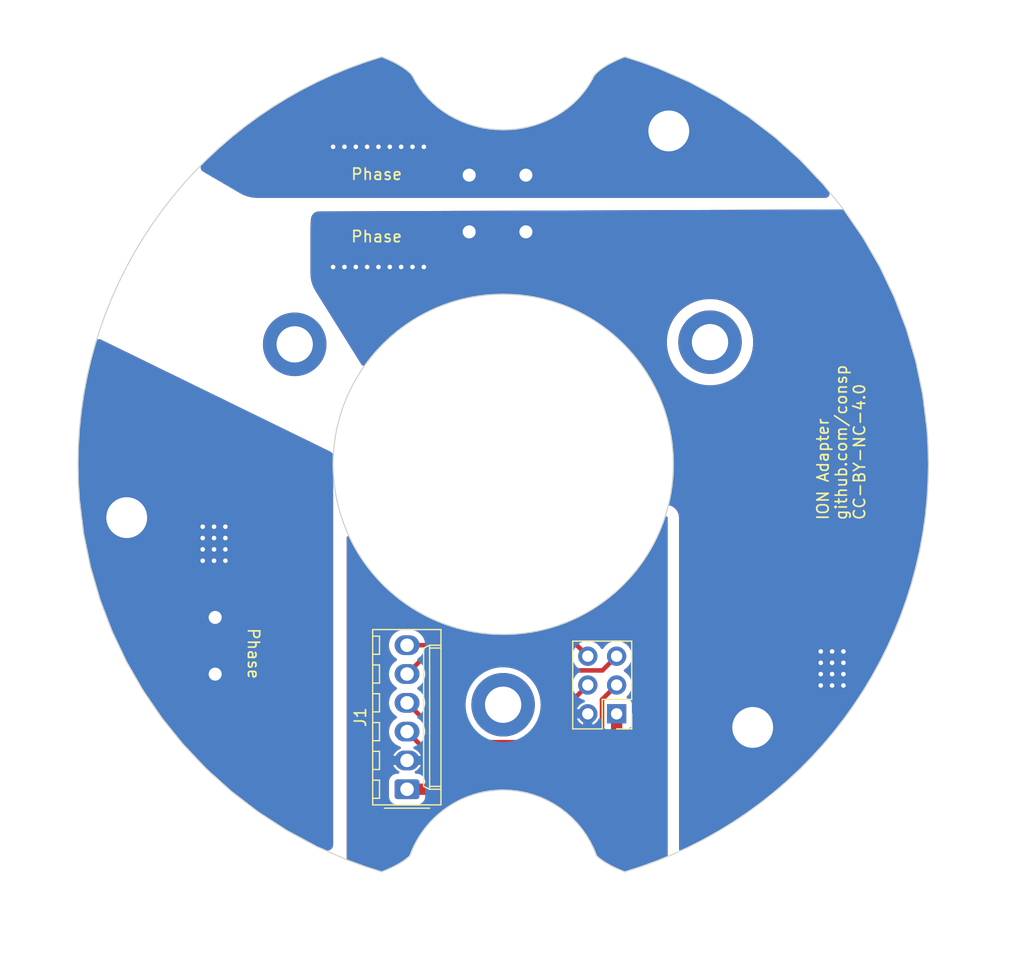
<source format=kicad_pcb>
(kicad_pcb (version 20221018) (generator pcbnew)
  (layers (0 "F.Cu" signal) (31 "B.Cu" signal) (34 "B.Paste" user) (35 "F.Paste" user) (36 "B.SilkS" user "B.Silkscreen") (37 "F.SilkS" user "F.Silkscreen") (38 "B.Mask" user) (39 "F.Mask" user) (44 "Edge.Cuts" user))
  (net 0 "")
  (net 1 "/Y")
  (net 2 "/B")
  (net 3 "/G")
  (net 4 "+5V")
  (net 5 "GND")
  (net 6 "/HG")
  (net 7 "/HY")
  (net 8 "/HB")
  (net 9 "/TEMP")
  (footprint "MountingHole:MountingHole_3.2mm_M3_DIN965_Pad_TopBottom" (layer "F.Cu") (at -18.387195 -10.579447)
    (fp_text reference "H4" hide)
    (fp_text value "MountingHole")
    (pad "1" thru_hole circle (at 0 0) (size 3.6 3.6) (drill 3.2) (layers "*.Cu" "*.Mask"))
    (pad "1" connect circle (at 0 0) (size 5.6 5.6) (layers "F.Cu" "F.Mask"))
    (pad "1" connect circle (at 0 0) (size 5.6 5.6) (layers "B.Cu" "B.Mask"))
  )
  (footprint "Library:MountingHole_3.6mm_M3_DIN965_Pad" (layer "F.Cu") (at -33.2 4.7)
    (fp_text reference "H3" hide)
    (fp_text value "MountingHole_Pad")
    (pad "1" thru_hole circle (at 0 0) (size 7 7) (drill 3.6) (layers "*.Cu" "*.Mask") (net 3 "/G"))
  )
  (footprint "TerminalBlock_WAGO:TerminalBlock_WAGO_236-402_1x02_P5.00mm_45Degree" (layer "F.Cu") (at 2 -25.5 -90)
    (fp_text reference "Ph1" hide)
    (fp_text value "Conn_01x02")
    (pad "1" thru_hole rect (at 0 0 270) (size 1.5 3) (drill 1.15) (layers "*.Cu" "*.Mask") (net 1 "/Y"))
    (pad "1" thru_hole rect (at 0 5 270) (size 1.5 3) (drill 1.15) (layers "*.Cu" "*.Mask") (net 1 "/Y"))
    (pad "2" thru_hole oval (at 5 0 270) (size 1.5 3) (drill 1.15) (layers "*.Cu" "*.Mask") (net 2 "/B"))
    (pad "2" thru_hole oval (at 5 5 270) (size 1.5 3) (drill 1.15) (layers "*.Cu" "*.Mask") (net 2 "/B"))
  )
  (footprint "Connector_PinHeader_2.54mm:PinHeader_2x03_P2.54mm_Vertical" (layer "F.Cu") (at 10 22 180)
    (fp_text reference "B2B1" hide)
    (fp_text value "Conn_02x03_Odd_Even" hide)
    (fp_line (start -1.33 -1.33) (end 0 -1.33) (stroke (width 0.12)) (layer "F.SilkS"))
    (fp_line (start -1.33 0) (end -1.33 -1.33) (stroke (width 0.12)) (layer "F.SilkS"))
    (fp_line (start -1.33 1.27) (end -1.33 6.41) (stroke (width 0.12)) (layer "F.SilkS"))
    (fp_line (start -1.33 1.27) (end 1.27 1.27) (stroke (width 0.12)) (layer "F.SilkS"))
    (fp_line (start -1.33 6.41) (end 3.87 6.41) (stroke (width 0.12)) (layer "F.SilkS"))
    (fp_line (start 1.27 -1.33) (end 3.87 -1.33) (stroke (width 0.12)) (layer "F.SilkS"))
    (fp_line (start 1.27 1.27) (end 1.27 -1.33) (stroke (width 0.12)) (layer "F.SilkS"))
    (fp_line (start 3.87 -1.33) (end 3.87 6.41) (stroke (width 0.12)) (layer "F.SilkS"))
    (pad "1" thru_hole rect (at 0 0 180) (size 1.7 1.7) (drill 1) (layers "*.Cu" "*.Mask") (net 4 "+5V"))
    (pad "2" thru_hole oval (at 2.54 0 180) (size 1.7 1.7) (drill 1) (layers "*.Cu" "*.Mask") (net 5 "GND"))
    (pad "3" thru_hole oval (at 0 2.54 180) (size 1.7 1.7) (drill 1) (layers "*.Cu" "*.Mask") (net 6 "/HG"))
    (pad "4" thru_hole oval (at 2.54 2.54 180) (size 1.7 1.7) (drill 1) (layers "*.Cu" "*.Mask") (net 7 "/HY"))
    (pad "5" thru_hole oval (at 0 5.08 180) (size 1.7 1.7) (drill 1) (layers "*.Cu" "*.Mask") (net 8 "/HB"))
    (pad "6" thru_hole oval (at 2.54 5.08 180) (size 1.7 1.7) (drill 1) (layers "*.Cu" "*.Mask") (net 9 "/TEMP"))
  )
  (footprint "Library:MountingHole_3.6mm_M3_DIN965_Pad" (layer "F.Cu") (at 22 23.2)
    (fp_text reference "H2" hide)
    (fp_text value "MountingHole_Pad")
    (pad "1" thru_hole circle (at 0 0) (size 7 7) (drill 3.6) (layers "*.Cu" "*.Mask") (net 2 "/B"))
  )
  (footprint "Connector_Molex:Molex_KK-254_AE-6410-06A_1x06_P2.54mm_Vertical" (layer "F.Cu") (at -8.48 28.65 90)
    (fp_text reference "J1" (at 6.35 -4.12 90) (layer "F.SilkS"))
    (fp_text value "Conn_01x06")
    (fp_line (start -1.67 -2) (end -1.67 2) (stroke (width 0.12)) (layer "F.SilkS"))
    (fp_line (start -1.38 -3.03) (end -1.38 2.99) (stroke (width 0.12)) (layer "F.SilkS"))
    (fp_line (start -1.38 2.99) (end 14.08 2.99) (stroke (width 0.12)) (layer "F.SilkS"))
    (fp_line (start -0.8 -3.03) (end -0.8 -2.43) (stroke (width 0.12)) (layer "F.SilkS"))
    (fp_line (start -0.8 -2.43) (end 0.8 -2.43) (stroke (width 0.12)) (layer "F.SilkS"))
    (fp_line (start 0 1.99) (end 0.25 1.46) (stroke (width 0.12)) (layer "F.SilkS"))
    (fp_line (start 0 1.99) (end 12.7 1.99) (stroke (width 0.12)) (layer "F.SilkS"))
    (fp_line (start 0 2.99) (end 0 1.99) (stroke (width 0.12)) (layer "F.SilkS"))
    (fp_line (start 0.25 1.46) (end 12.45 1.46) (stroke (width 0.12)) (layer "F.SilkS"))
    (fp_line (start 0.25 2.99) (end 0.25 1.99) (stroke (width 0.12)) (layer "F.SilkS"))
    (fp_line (start 0.8 -2.43) (end 0.8 -3.03) (stroke (width 0.12)) (layer "F.SilkS"))
    (fp_line (start 1.74 -3.03) (end 1.74 -2.43) (stroke (width 0.12)) (layer "F.SilkS"))
    (fp_line (start 1.74 -2.43) (end 3.34 -2.43) (stroke (width 0.12)) (layer "F.SilkS"))
    (fp_line (start 3.34 -2.43) (end 3.34 -3.03) (stroke (width 0.12)) (layer "F.SilkS"))
    (fp_line (start 4.28 -3.03) (end 4.28 -2.43) (stroke (width 0.12)) (layer "F.SilkS"))
    (fp_line (start 4.28 -2.43) (end 5.88 -2.43) (stroke (width 0.12)) (layer "F.SilkS"))
    (fp_line (start 5.88 -2.43) (end 5.88 -3.03) (stroke (width 0.12)) (layer "F.SilkS"))
    (fp_line (start 6.82 -3.03) (end 6.82 -2.43) (stroke (width 0.12)) (layer "F.SilkS"))
    (fp_line (start 6.82 -2.43) (end 8.42 -2.43) (stroke (width 0.12)) (layer "F.SilkS"))
    (fp_line (start 8.42 -2.43) (end 8.42 -3.03) (stroke (width 0.12)) (layer "F.SilkS"))
    (fp_line (start 9.36 -3.03) (end 9.36 -2.43) (stroke (width 0.12)) (layer "F.SilkS"))
    (fp_line (start 9.36 -2.43) (end 10.96 -2.43) (stroke (width 0.12)) (layer "F.SilkS"))
    (fp_line (start 10.96 -2.43) (end 10.96 -3.03) (stroke (width 0.12)) (layer "F.SilkS"))
    (fp_line (start 11.9 -3.03) (end 11.9 -2.43) (stroke (width 0.12)) (layer "F.SilkS"))
    (fp_line (start 11.9 -2.43) (end 13.5 -2.43) (stroke (width 0.12)) (layer "F.SilkS"))
    (fp_line (start 12.45 1.46) (end 12.7 1.99) (stroke (width 0.12)) (layer "F.SilkS"))
    (fp_line (start 12.45 2.99) (end 12.45 1.99) (stroke (width 0.12)) (layer "F.SilkS"))
    (fp_line (start 12.7 1.99) (end 12.7 2.99) (stroke (width 0.12)) (layer "F.SilkS"))
    (fp_line (start 13.5 -2.43) (end 13.5 -3.03) (stroke (width 0.12)) (layer "F.SilkS"))
    (fp_line (start 14.08 -3.03) (end -1.38 -3.03) (stroke (width 0.12)) (layer "F.SilkS"))
    (fp_line (start 14.08 2.99) (end 14.08 -3.03) (stroke (width 0.12)) (layer "F.SilkS"))
    (pad "1" thru_hole roundrect (at 0 0 90) (size 1.74 2.19) (drill 1.19) (layers "*.Cu" "*.Mask") (roundrect_rratio 0.1436781609) (net 4 "+5V"))
    (pad "2" thru_hole oval (at 2.54 0 90) (size 1.74 2.19) (drill 1.19) (layers "*.Cu" "*.Mask") (net 5 "GND"))
    (pad "3" thru_hole oval (at 5.08 0 90) (size 1.74 2.19) (drill 1.19) (layers "*.Cu" "*.Mask") (net 6 "/HG"))
    (pad "4" thru_hole oval (at 7.62 0 90) (size 1.74 2.19) (drill 1.19) (layers "*.Cu" "*.Mask") (net 7 "/HY"))
    (pad "5" thru_hole oval (at 10.16 0 90) (size 1.74 2.19) (drill 1.19) (layers "*.Cu" "*.Mask") (net 8 "/HB"))
    (pad "6" thru_hole oval (at 12.7 0 90) (size 1.74 2.19) (drill 1.19) (layers "*.Cu" "*.Mask") (net 9 "/TEMP"))
  )
  (footprint "MountingHole:MountingHole_3.2mm_M3_DIN965_Pad_TopBottom" (layer "F.Cu") (at -0.009043 21.2)
    (fp_text reference "H6" hide)
    (fp_text value "MountingHole")
    (pad "1" thru_hole circle (at 0 0) (size 3.6 3.6) (drill 3.2) (layers "*.Cu" "*.Mask"))
    (pad "1" connect circle (at 0 0) (size 5.6 5.6) (layers "F.Cu" "F.Mask"))
    (pad "1" connect circle (at 0 0) (size 5.6 5.6) (layers "B.Cu" "B.Mask"))
  )
  (footprint "TerminalBlock_WAGO:TerminalBlock_WAGO_236-401_1x01_P5.00mm_45Degree" (layer "F.Cu") (at -25.4 13.5)
    (fp_text reference "J2" hide)
    (fp_text value "Conn_01x01")
    (pad "1" thru_hole rect (at 0 0) (size 1.5 3) (drill 1.15) (layers "*.Cu" "*.Mask") (net 3 "/G"))
    (pad "1" thru_hole rect (at 0 5) (size 1.5 3) (drill 1.15) (layers "*.Cu" "*.Mask") (net 3 "/G"))
  )
  (footprint "MountingHole:MountingHole_3.2mm_M3_DIN965_Pad_TopBottom" (layer "F.Cu") (at 18.235146 -10.770575)
    (fp_text reference "H5" hide)
    (fp_text value "MountingHole")
    (pad "1" thru_hole circle (at 0 0) (size 3.6 3.6) (drill 3.2) (layers "*.Cu" "*.Mask"))
    (pad "1" connect circle (at 0 0) (size 5.6 5.6) (layers "F.Cu" "F.Mask"))
    (pad "1" connect circle (at 0 0) (size 5.6 5.6) (layers "B.Cu" "B.Mask"))
  )
  (footprint "Library:MountingHole_3.6mm_M3_DIN965_Pad" (layer "F.Cu") (at 14.6 -29.4)
    (fp_text reference "H1" hide)
    (fp_text value "MountingHole_Pad")
    (pad "1" thru_hole circle (at 0 0) (size 7 7) (drill 3.6) (layers "*.Cu" "*.Mask") (net 1 "/Y"))
  )
  (gr_line (start -1.361996 28.826483) (end -1.026034 28.780207) (stroke (width 0.1)) (layer "Edge.Cuts"))
  (gr_line (start -8.941806 35.066472) (end -8.803535 34.975851) (stroke (width 0.1)) (layer "Edge.Cuts"))
  (gr_line (start 9.008074 -35.108122) (end 8.840327 -35.00055) (stroke (width 0.1)) (layer "Edge.Cuts"))
  (gr_line (start 7.56028 -33.465394) (end 7.394637 -33.216597) (stroke (width 0.1)) (layer "Edge.Cuts"))
  (gr_line (start -5.298869 30.510701) (end -5.032263 30.315283) (stroke (width 0.1)) (layer "Edge.Cuts"))
  (gr_line (start 22.809533 29.768487) (end 23.972186 28.839896) (stroke (width 0.1)) (layer "Edge.Cuts"))
  (gr_line (start -37.373807 -3.084109) (end -37.468263 -1.54856) (stroke (width 0.1)) (layer "Edge.Cuts"))
  (gr_line (start 10.116567 35.684819) (end 10.311573 35.769519) (stroke (width 0.1)) (layer "Edge.Cuts"))
  (gr_line (start 2.511842 -29.835988) (end 2.209018 -29.758489) (stroke (width 0.1)) (layer "Edge.Cuts"))
  (gr_line (start 6.514208 31.633347) (end 6.93979 32.146365) (stroke (width 0.1)) (layer "Edge.Cuts"))
  (gr_line (start 37.499989 -0.000037) (end 37.468263 -1.548568) (stroke (width 0.1)) (layer "Edge.Cuts"))
  (gr_line (start -36.390242 9.067478) (end -35.550115 11.94367) (stroke (width 0.1)) (layer "Edge.Cuts"))
  (gr_line (start 28.2112 -24.706314) (end 26.176164 -26.854103) (stroke (width 0.1)) (layer "Edge.Cuts"))
  (gr_line (start -6.052816 31.156026) (end -5.809447 30.931285) (stroke (width 0.1)) (layer "Edge.Cuts"))
  (gr_line (start -1.026034 28.780207) (end -0.686846 28.746891) (stroke (width 0.1)) (layer "Edge.Cuts"))
  (gr_line (start 7.036293 -32.739043) (end 6.844106 -32.510592) (stroke (width 0.1)) (layer "Edge.Cuts"))
  (gr_line (start -7.977583 33.882632) (end -7.831266 33.573949) (stroke (width 0.1)) (layer "Edge.Cuts"))
  (gr_line (start 9.745956 35.512131) (end 9.927962 35.598986) (stroke (width 0.1)) (layer "Edge.Cuts"))
  (gr_line (start 6.93979 32.146365) (end 7.327155 32.693385) (stroke (width 0.1)) (layer "Edge.Cuts"))
  (gr_line (start -2.511842 -29.835988) (end -3.105354 -30.019888) (stroke (width 0.1)) (layer "Edge.Cuts"))
  (gr_line (start -8.235828 34.521466) (end -8.112538 34.198542) (stroke (width 0.1)) (layer "Edge.Cuts"))
  (gr_line (start 8.80354 34.975852) (end 8.941811 35.066474) (stroke (width 0.1)) (layer "Edge.Cuts"))
  (gr_line (start -2.023039 28.95706) (end -1.694432 28.885504) (stroke (width 0.1)) (layer "Edge.Cuts"))
  (gr_line (start -25.094757 -27.867994) (end -26.176171 -26.854097) (stroke (width 0.1)) (layer "Edge.Cuts"))
  (gr_line (start 37.001013 -6.110479) (end 36.390239 -9.067545) (stroke (width 0.1)) (layer "Edge.Cuts"))
  (gr_line (start -9.186833 -35.215216) (end -9.376265 -35.321625) (stroke (width 0.1)) (layer "Edge.Cuts"))
  (gr_line (start -16.432803 33.710147) (end -13.639301 34.932519) (stroke (width 0.1)) (layer "Edge.Cuts"))
  (gr_line (start -10.719993 35.935071) (end -10.311566 35.769517) (stroke (width 0.1)) (layer "Edge.Cuts"))
  (gr_line (start -21.607875 -30.652319) (end -22.809531 -29.768552) (stroke (width 0.1)) (layer "Edge.Cuts"))
  (gr_line (start -21.607871 30.65226) (end -19.091869 32.279535) (stroke (width 0.1)) (layer "Edge.Cuts"))
  (gr_line (start -7.394635 -33.216591) (end -7.716557 -33.720661) (stroke (width 0.1)) (layer "Edge.Cuts"))
  (gr_line (start 33.216325 17.407106) (end 33.87877 16.080981) (stroke (width 0.1)) (layer "Edge.Cuts"))
  (gr_line (start 25.094759 27.867929) (end 26.176173 26.854032) (stroke (width 0.1)) (layer "Edge.Cuts"))
  (gr_line (start 27.215349 25.799655) (end 28.211209 24.706243) (stroke (width 0.1)) (layer "Edge.Cuts"))
  (gr_line (start -35.550115 11.94367) (end -34.489265 14.727408) (stroke (width 0.1)) (layer "Edge.Cuts"))
  (gr_line (start 30.068666 22.408106) (end 30.928106 21.206276) (stroke (width 0.1)) (layer "Edge.Cuts"))
  (gr_line (start -30.928102 -21.206342) (end -31.739911 -19.971267) (stroke (width 0.1)) (layer "Edge.Cuts"))
  (gr_line (start 0.686846 28.746891) (end 1.361997 28.826483) (stroke (width 0.1)) (layer "Edge.Cuts"))
  (gr_line (start 15.052324 34.348085) (end 16.43281 33.710145) (stroke (width 0.1)) (layer "Edge.Cuts"))
  (gr_line (start -5.809447 30.931285) (end -5.558031 30.716106) (stroke (width 0.1)) (layer "Edge.Cuts"))
  (gr_line (start 26.176173 26.854032) (end 27.215349 25.799655) (stroke (width 0.1)) (layer "Edge.Cuts"))
  (gr_line (start -3.105354 -30.019888) (end -3.680971 -30.241306) (stroke (width 0.1)) (layer "Edge.Cuts"))
  (gr_line (start 3.105355 -30.019889) (end 2.810707 -29.923173) (stroke (width 0.1)) (layer "Edge.Cuts"))
  (gr_line (start -3.680971 -30.241306) (end -4.236634 -30.499018) (stroke (width 0.1)) (layer "Edge.Cuts"))
  (gr_line (start -9.376265 -35.321625) (end -9.576077 -35.427164) (stroke (width 0.1)) (layer "Edge.Cuts"))
  (gr_line (start -10.234694 -35.736656) (end -10.47293 -35.836806) (stroke (width 0.1)) (layer "Edge.Cuts"))
  (gr_line (start 8.840327 -35.00055) (end 8.683887 -34.892684) (stroke (width 0.1)) (layer "Edge.Cuts"))
  (gr_line (start -31.739909 19.971208) (end -30.068661 22.408113) (stroke (width 0.1)) (layer "Edge.Cuts"))
  (gr_line (start 9.186818 -35.215209) (end 9.008074 -35.108122) (stroke (width 0.1)) (layer "Edge.Cuts"))
  (gr_line (start -8.6839 -34.892695) (end -8.840341 -35.00056) (stroke (width 0.1)) (layer "Edge.Cuts"))
  (gr_line (start -15.052323 -34.348146) (end -16.432808 -33.710207) (stroke (width 0.1)) (layer "Edge.Cuts"))
  (gr_line (start 13.639301 -34.932583) (end 12.194834 -35.462059) (stroke (width 0.1)) (layer "Edge.Cuts"))
  (gr_line (start 8.683887 -34.892684) (end 8.539063 -34.784715) (stroke (width 0.1)) (layer "Edge.Cuts"))
  (gr_line (start 12.194834 -35.462059) (end 10.719994 -35.935134) (stroke (width 0.1)) (layer "Edge.Cuts"))
  (gr_line (start 5.028212 -30.950969) (end 4.770285 -30.791806) (stroke (width 0.1)) (layer "Edge.Cuts"))
  (gr_line (start -35.998309 -10.516466) (end -36.390242 -9.067537) (stroke (width 0.1)) (layer "Edge.Cuts"))
  (gr_line (start -2.982879 29.244808) (end -2.667564 29.136924) (stroke (width 0.1)) (layer "Edge.Cuts"))
  (gr_line (start 7.219889 -32.974429) (end 7.036293 -32.739043) (stroke (width 0.1)) (layer "Edge.Cuts"))
  (gr_line (start 8.67325 34.884996) (end 8.80354 34.975852) (stroke (width 0.1)) (layer "Edge.Cuts"))
  (gr_line (start 10.472922 -35.836808) (end 10.234684 -35.736656) (stroke (width 0.1)) (layer "Edge.Cuts"))
  (gr_line (start -6.21857 -31.868371) (end -6.643583 -32.289224) (stroke (width 0.1)) (layer "Edge.Cuts"))
  (gr_line (start 7.327155 32.693385) (end 7.673891 33.272707) (stroke (width 0.1)) (layer "Edge.Cuts"))
  (gr_line (start -1.694432 28.885504) (end -1.361996 28.826483) (stroke (width 0.1)) (layer "Edge.Cuts"))
  (gr_line (start -3.598106 29.495418) (end -3.29316 29.364377) (stroke (width 0.1)) (layer "Edge.Cuts"))
  (gr_line (start 6.643585 -32.289228) (end 6.434988 -32.075105) (stroke (width 0.1)) (layer "Edge.Cuts"))
  (gr_line (start 10.005589 -35.63487) (end 9.785946 -35.53164) (stroke (width 0.1)) (layer "Edge.Cuts"))
  (gr_line (start 37.373809 3.084042) (end 37.468264 1.548493) (stroke (width 0.1)) (layer "Edge.Cuts"))
  (gr_line (start 2.810707 -29.923173) (end 2.511842 -29.835988) (stroke (width 0.1)) (layer "Edge.Cuts"))
  (gr_line (start -6.731622 31.885497) (end -6.514204 31.633344) (stroke (width 0.1)) (layer "Edge.Cuts"))
  (gr_line (start -7.505748 32.979111) (end -7.327151 32.693382) (stroke (width 0.1)) (layer "Edge.Cuts"))
  (gr_line (start 37.373806 -3.084117) (end 37.001013 -6.110479) (stroke (width 0.1)) (layer "Edge.Cuts"))
  (gr_line (start -8.539075 -34.784727) (end -8.6839 -34.892695) (stroke (width 0.1)) (layer "Edge.Cuts"))
  (gr_line (start 9.927962 35.598986) (end 10.116567 35.684819) (stroke (width 0.1)) (layer "Edge.Cuts"))
  (gr_line (start -10.0056 -35.634872) (end -10.234694 -35.736656) (stroke (width 0.1)) (layer "Edge.Cuts"))
  (gr_line (start -37.468263 -1.54856) (end -37.499988 -0.00003) (stroke (width 0.1)) (layer "Edge.Cuts"))
  (gr_line (start -19.091874 -32.279594) (end -20.368297 -31.489816) (stroke (width 0.1)) (layer "Edge.Cuts"))
  (gr_line (start -2.347517 29.040937) (end -2.023039 28.95706) (stroke (width 0.1)) (layer "Edge.Cuts"))
  (gr_line (start -8.803535 34.975851) (end -8.673245 34.884994) (stroke (width 0.1)) (layer "Edge.Cuts"))
  (gr_line (start 0 -29.5) (end -0.644512 -29.52161) (stroke (width 0.1)) (layer "Edge.Cuts"))
  (gr_line (start -9.402523 35.335805) (end -9.241497 35.246562) (stroke (width 0.1)) (layer "Edge.Cuts"))
  (gr_line (start 3.897418 29.637722) (end 4.477922 29.955257) (stroke (width 0.1)) (layer "Edge.Cuts"))
  (gr_line (start -19.091869 32.279535) (end -16.432803 33.710147) (stroke (width 0.1)) (layer "Edge.Cuts"))
  (gr_line (start -28.211207 -24.706308) (end -29.162672 -23.57531) (stroke (width 0.1)) (layer "Edge.Cuts"))
  (gr_line (start 6.434988 -32.075105) (end 6.218572 -31.868375) (stroke (width 0.1)) (layer "Edge.Cuts"))
  (gr_line (start -34.489266 -14.727467) (end -35.046742 -13.347878) (stroke (width 0.1)) (layer "Edge.Cuts"))
  (gr_line (start -0.686846 28.746891) (end -0.344734 28.726745) (stroke (width 0.1)) (layer "Edge.Cuts"))
  (gr_line (start 13.639309 34.932517) (end 15.052324 34.348085) (stroke (width 0.1)) (layer "Edge.Cuts"))
  (gr_line (start 23.972177 -28.839966) (end 21.607869 -30.652324) (stroke (width 0.1)) (layer "Edge.Cuts"))
  (gr_line (start -7.138397 32.415728) (end -6.939786 32.146362) (stroke (width 0.1)) (layer "Edge.Cuts"))
  (gr_line (start 8.235832 34.521466) (end 8.33223 34.612139) (stroke (width 0.1)) (layer "Edge.Cuts"))
  (gr_line (start 21.607869 -30.652324) (end 19.091867 -32.279599) (stroke (width 0.1)) (layer "Edge.Cuts"))
  (gr_line (start 4.50634 -30.641105) (end 4.236635 -30.49902) (stroke (width 0.1)) (layer "Edge.Cuts"))
  (gr_line (start -6.514204 31.633344) (end -6.287835 31.390116) (stroke (width 0.1)) (layer "Edge.Cuts"))
  (gr_line (start 2.209018 -29.758489) (end 1.902492 -29.690827) (stroke (width 0.1)) (layer "Edge.Cuts"))
  (gr_line (start 6.218572 -31.868375) (end 5.994594 -31.669191) (stroke (width 0.1)) (layer "Edge.Cuts"))
  (gr_line (start -10.47293 -35.836806) (end -10.719999 -35.93513) (stroke (width 0.1)) (layer "Edge.Cuts"))
  (gr_line (start -37.217698 -4.605228) (end -37.373807 -3.084109) (stroke (width 0.1)) (layer "Edge.Cuts"))
  (gr_line (start 9.576064 -35.427159) (end 9.376251 -35.321618) (stroke (width 0.1)) (layer "Edge.Cuts"))
  (gr_line (start 1.279362 -29.585627) (end 0.963274 -29.548394) (stroke (width 0.1)) (layer "Edge.Cuts"))
  (gr_line (start -8.437393 34.703026) (end -8.332226 34.612139) (stroke (width 0.1)) (layer "Edge.Cuts"))
  (gr_line (start -8.840341 -35.00056) (end -9.008088 -35.108131) (stroke (width 0.1)) (layer "Edge.Cuts"))
  (gr_line (start 37.2177 4.605162) (end 37.373809 3.084042) (stroke (width 0.1)) (layer "Edge.Cuts"))
  (gr_line (start 29.162675 23.575244) (end 30.068666 22.408106) (stroke (width 0.1)) (layer "Edge.Cuts"))
  (gr_line (start 36.390245 9.067471) (end 36.72484 7.598323) (stroke (width 0.1)) (layer "Edge.Cuts"))
  (gr_line (start 36.390239 -9.067545) (end 35.550112 -11.943736) (stroke (width 0.1)) (layer "Edge.Cuts"))
  (gr_line (start -20.368297 -31.489816) (end -21.607875 -30.652319) (stroke (width 0.1)) (layer "Edge.Cuts"))
  (gr_line (start -2.667564 29.136924) (end -2.347517 29.040937) (stroke (width 0.1)) (layer "Edge.Cuts"))
  (gr_line (start 10.234684 -35.736656) (end 10.005589 -35.63487) (stroke (width 0.1)) (layer "Edge.Cuts"))
  (gr_line (start -10.719999 -35.93513) (end -12.194839 -35.462055) (stroke (width 0.1)) (layer "Edge.Cuts"))
  (gr_line (start 16.432802 -33.710211) (end 13.639301 -34.932583) (stroke (width 0.1)) (layer "Edge.Cuts"))
  (gr_line (start 8.551136 34.794016) (end 8.67325 34.884996) (stroke (width 0.1)) (layer "Edge.Cuts"))
  (gr_line (start 9.785946 -35.53164) (end 9.576064 -35.427159) (stroke (width 0.1)) (layer "Edge.Cuts"))
  (gr_line (start 31.739914 19.971201) (end 32.503014 18.704329) (stroke (width 0.1)) (layer "Edge.Cuts"))
  (gr_line (start 7.977587 33.882633) (end 8.235832 34.521466) (stroke (width 0.1)) (layer "Edge.Cuts"))
  (gr_line (start 8.082108 -34.355643) (end 8 -34.250034) (stroke (width 0.1)) (layer "Edge.Cuts"))
  (gr_line (start 34.48927 14.7274) (end 35.046746 13.347812) (stroke (width 0.1)) (layer "Edge.Cuts"))
  (gr_line (start 4.477922 29.955257) (end 5.032265 30.315285) (stroke (width 0.1)) (layer "Edge.Cuts"))
  (gr_line (start -5.279862 -31.118439) (end -5.76331 -31.477702) (stroke (width 0.1)) (layer "Edge.Cuts"))
  (gr_line (start 20.368299 31.489752) (end 21.607877 30.652255) (stroke (width 0.1)) (layer "Edge.Cuts"))
  (gr_line (start -3.29316 29.364377) (end -2.982879 29.244808) (stroke (width 0.1)) (layer "Edge.Cuts"))
  (gr_line (start -9.576077 -35.427164) (end -9.785958 -35.531644) (stroke (width 0.1)) (layer "Edge.Cuts"))
  (gr_line (start -1.279362 -29.585626) (end -1.902491 -29.690826) (stroke (width 0.1)) (layer "Edge.Cuts"))
  (gr_line (start 8.33223 34.612139) (end 8.437397 34.703027) (stroke (width 0.1)) (layer "Edge.Cuts"))
  (gr_line (start -9.008088 -35.108131) (end -9.186833 -35.215216) (stroke (width 0.1)) (layer "Edge.Cuts"))
  (gr_line (start -33.216322 -17.407172) (end -33.878767 -16.081047) (stroke (width 0.1)) (layer "Edge.Cuts"))
  (gr_line (start -4.190788 29.791069) (end -3.897416 29.63772) (stroke (width 0.1)) (layer "Edge.Cuts"))
  (gr_line (start 35.046746 13.347812) (end 35.55012 11.943662) (stroke (width 0.1)) (layer "Edge.Cuts"))
  (gr_line (start -17.779685 -33.020207) (end -19.091874 -32.279594) (stroke (width 0.1)) (layer "Edge.Cuts"))
  (gr_line (start 5.524982 -31.294071) (end 5.279863 -31.118441) (stroke (width 0.1)) (layer "Edge.Cuts"))
  (gr_line (start -4.477921 29.955254) (end -4.190788 29.791069) (stroke (width 0.1)) (layer "Edge.Cuts"))
  (gr_line (start 2.667565 29.136925) (end 3.293162 29.364378) (stroke (width 0.1)) (layer "Edge.Cuts"))
  (gr_line (start -3.897416 29.63772) (end -3.598106 29.495418) (stroke (width 0.1)) (layer "Edge.Cuts"))
  (gr_line (start 8.437397 34.703027) (end 8.551136 34.794016) (stroke (width 0.1)) (layer "Edge.Cuts"))
  (gr_line (start -4.758513 30.130063) (end -4.477921 29.955254) (stroke (width 0.1)) (layer "Edge.Cuts"))
  (gr_line (start -8.285507 -34.56925) (end -8.406174 -34.676849) (stroke (width 0.1)) (layer "Edge.Cuts"))
  (gr_line (start -30.068663 -22.408172) (end -30.928102 -21.206342) (stroke (width 0.1)) (layer "Edge.Cuts"))
  (gr_line (start 9.570745 35.424368) (end 9.745956 35.512131) (stroke (width 0.1)) (layer "Edge.Cuts"))
  (gr_line (start -23.97218 28.839901) (end -21.607871 30.65226) (stroke (width 0.1)) (layer "Edge.Cuts"))
  (gr_line (start -28.211204 24.706249) (end -26.176168 26.854038) (stroke (width 0.1)) (layer "Edge.Cuts"))
  (gr_line (start 36.72484 7.598323) (end 37.001018 6.110404) (stroke (width 0.1)) (layer "Edge.Cuts"))
  (gr_line (start 1.361997 28.826483) (end 2.02304 28.95706) (stroke (width 0.1)) (layer "Edge.Cuts"))
  (gr_line (start -6.643583 -32.289224) (end -7.036291 -32.739038) (stroke (width 0.1)) (layer "Edge.Cuts"))
  (gr_line (start 8.285499 -34.569235) (end 8.177377 -34.462107) (stroke (width 0.1)) (layer "Edge.Cuts"))
  (gr_line (start 28.211209 24.706243) (end 29.162675 23.575244) (stroke (width 0.1)) (layer "Edge.Cuts"))
  (gr_line (start 35.998312 10.516399) (end 36.390245 9.067471) (stroke (width 0.1)) (layer "Edge.Cuts"))
  (gr_line (start 9.376251 -35.321618) (end 9.186818 -35.215209) (stroke (width 0.1)) (layer "Edge.Cuts"))
  (gr_line (start -12.194839 -35.462055) (end -13.639307 -34.932578) (stroke (width 0.1)) (layer "Edge.Cuts"))
  (gr_line (start -13.639301 34.932519) (end -12.194834 35.461996) (stroke (width 0.1)) (layer "Edge.Cuts"))
  (gr_line (start 10.720001 35.935071) (end 12.194842 35.461995) (stroke (width 0.1)) (layer "Edge.Cuts"))
  (gr_line (start 33.216316 -17.407179) (end 31.739905 -19.971274) (stroke (width 0.1)) (layer "Edge.Cuts"))
  (gr_line (start 5.558034 30.716109) (end 6.052819 31.156029) (stroke (width 0.1)) (layer "Edge.Cuts"))
  (gr_line (start 7.716559 -33.720668) (end 7.56028 -33.465394) (stroke (width 0.1)) (layer "Edge.Cuts"))
  (gr_line (start 16.43281 33.710145) (end 17.779686 33.020144) (stroke (width 0.1)) (layer "Edge.Cuts"))
  (gr_line (start 8.177377 -34.462107) (end 8.082108 -34.355643) (stroke (width 0.1)) (layer "Edge.Cuts"))
  (gr_line (start 7.394637 -33.216597) (end 7.219889 -32.974429) (stroke (width 0.1)) (layer "Edge.Cuts"))
  (gr_circle (center 0 0) (end 15 0) (stroke (width 0.1)) (fill none) (layer "Edge.Cuts"))
  (gr_line (start -7.999998 -34.250053) (end -8.082109 -34.355661) (stroke (width 0.1)) (layer "Edge.Cuts"))
  (gr_line (start -26.176171 -26.854097) (end -27.215347 -25.79972) (stroke (width 0.1)) (layer "Edge.Cuts"))
  (gr_line (start 5.279863 -31.118441) (end 5.028212 -30.950969) (stroke (width 0.1)) (layer "Edge.Cuts"))
  (gr_line (start 7.863218 -33.982265) (end 7.716559 -33.720668) (stroke (width 0.1)) (layer "Edge.Cuts"))
  (gr_line (start -23.972184 -28.839961) (end -25.094757 -27.867994) (stroke (width 0.1)) (layer "Edge.Cuts"))
  (gr_line (start 7.673891 33.272707) (end 7.977587 33.882633) (stroke (width 0.1)) (layer "Edge.Cuts"))
  (gr_line (start -4.236634 -30.499018) (end -4.770284 -30.791803) (stroke (width 0.1)) (layer "Edge.Cuts"))
  (gr_line (start -9.570739 35.424364) (end -9.402523 35.335805) (stroke (width 0.1)) (layer "Edge.Cuts"))
  (gr_line (start 4.770285 -30.791806) (end 4.50634 -30.641105) (stroke (width 0.1)) (layer "Edge.Cuts"))
  (gr_line (start 6.844106 -32.510592) (end 6.643585 -32.289228) (stroke (width 0.1)) (layer "Edge.Cuts"))
  (gr_line (start -5.558031 30.716106) (end -5.298869 30.510701) (stroke (width 0.1)) (layer "Edge.Cuts"))
  (gr_line (start 8.406164 -34.676835) (end 8.285499 -34.569235) (stroke (width 0.1)) (layer "Edge.Cuts"))
  (gr_line (start -8.112538 34.198542) (end -7.977583 33.882632) (stroke (width 0.1)) (layer "Edge.Cuts"))
  (gr_line (start 37.468264 1.548493) (end 37.499989 -0.000037) (stroke (width 0.1)) (layer "Edge.Cuts"))
  (gr_line (start -9.087859 35.156747) (end -8.941806 35.066472) (stroke (width 0.1)) (layer "Edge.Cuts"))
  (gr_line (start -8.082109 -34.355661) (end -8.177382 -34.462124) (stroke (width 0.1)) (layer "Edge.Cuts"))
  (gr_line (start 8.539063 -34.784715) (end 8.406164 -34.676835) (stroke (width 0.1)) (layer "Edge.Cuts"))
  (gr_line (start 31.739905 -19.971274) (end 30.068657 -22.408178) (stroke (width 0.1)) (layer "Edge.Cuts"))
  (gr_line (start 23.972186 28.839896) (end 25.094759 27.867929) (stroke (width 0.1)) (layer "Edge.Cuts"))
  (gr_line (start -6.939786 32.146362) (end -6.731622 31.885497) (stroke (width 0.1)) (layer "Edge.Cuts"))
  (gr_line (start -16.432808 -33.710207) (end -17.779685 -33.020207) (stroke (width 0.1)) (layer "Edge.Cuts"))
  (gr_line (start 3.961427 -30.365703) (end 3.680972 -30.241307) (stroke (width 0.1)) (layer "Edge.Cuts"))
  (gr_line (start 19.091867 -32.279599) (end 16.432802 -33.710211) (stroke (width 0.1)) (layer "Edge.Cuts"))
  (gr_line (start 5.763312 -31.477705) (end 5.524982 -31.294071) (stroke (width 0.1)) (layer "Edge.Cuts"))
  (gr_line (start -37.001015 -6.110471) (end -37.217698 -4.605228) (stroke (width 0.1)) (layer "Edge.Cuts"))
  (gr_line (start -37.499988 -0.00003) (end -37.468263 1.548501) (stroke (width 0.1)) (layer "Edge.Cuts"))
  (gr_line (start -0.344734 28.726745) (end 0 28.719983) (stroke (width 0.1)) (layer "Edge.Cuts"))
  (gr_line (start -7.831266 33.573949) (end -7.673887 33.272705) (stroke (width 0.1)) (layer "Edge.Cuts"))
  (gr_line (start 17.779686 33.020144) (end 19.091875 32.279531) (stroke (width 0.1)) (layer "Edge.Cuts"))
  (gr_line (start -1.902491 -29.690826) (end -2.511842 -29.835988) (stroke (width 0.1)) (layer "Edge.Cuts"))
  (gr_line (start 21.607877 30.652255) (end 22.809533 29.768487) (stroke (width 0.1)) (layer "Edge.Cuts"))
  (gr_line (start 2.02304 28.95706) (end 2.667565 29.136925) (stroke (width 0.1)) (layer "Edge.Cuts"))
  (gr_line (start -37.001015 6.110412) (end -36.390242 9.067478) (stroke (width 0.1)) (layer "Edge.Cuts"))
  (gr_line (start 1.592521 -29.633155) (end 1.279362 -29.585627) (stroke (width 0.1)) (layer "Edge.Cuts"))
  (gr_line (start -13.639307 -34.932578) (end -15.052323 -34.348146) (stroke (width 0.1)) (layer "Edge.Cuts"))
  (gr_line (start 0.323335 -29.505428) (end 0 -29.5) (stroke (width 0.1)) (layer "Edge.Cuts"))
  (gr_line (start 30.928106 21.206276) (end 31.739914 19.971201) (stroke (width 0.1)) (layer "Edge.Cuts"))
  (gr_line (start -37.468263 1.548501) (end -37.373807 3.08405) (stroke (width 0.1)) (layer "Edge.Cuts"))
  (gr_line (start -36.724837 -7.59839) (end -37.001015 -6.110471) (stroke (width 0.1)) (layer "Edge.Cuts"))
  (gr_line (start 26.176164 -26.854103) (end 23.972177 -28.839966) (stroke (width 0.1)) (layer "Edge.Cuts"))
  (gr_line (start -29.162672 -23.57531) (end -30.068663 -22.408172) (stroke (width 0.1)) (layer "Edge.Cuts"))
  (gr_line (start -8.551132 34.794016) (end -8.437393 34.703026) (stroke (width 0.1)) (layer "Edge.Cuts"))
  (gr_line (start 6.052819 31.156029) (end 6.514208 31.633347) (stroke (width 0.1)) (layer "Edge.Cuts"))
  (gr_line (start -7.036291 -32.739038) (end -7.394635 -33.216591) (stroke (width 0.1)) (layer "Edge.Cuts"))
  (gr_line (start 35.55012 11.943662) (end 35.998312 10.516399) (stroke (width 0.1)) (layer "Edge.Cuts"))
  (gr_line (start 34.489261 -14.727474) (end 33.216316 -17.407179) (stroke (width 0.1)) (layer "Edge.Cuts"))
  (gr_line (start -37.373807 3.08405) (end -37.001015 6.110412) (stroke (width 0.1)) (layer "Edge.Cuts"))
  (gr_line (start -10.311566 35.769517) (end -9.927955 35.598982) (stroke (width 0.1)) (layer "Edge.Cuts"))
  (gr_line (start -8.673245 34.884994) (end -8.551132 34.794016) (stroke (width 0.1)) (layer "Edge.Cuts"))
  (gr_line (start -9.785958 -35.531644) (end -10.0056 -35.634872) (stroke (width 0.1)) (layer "Edge.Cuts"))
  (gr_line (start -26.176168 26.854038) (end -23.97218 28.839901) (stroke (width 0.1)) (layer "Edge.Cuts"))
  (gr_line (start -35.550116 -11.943729) (end -35.998309 -10.516466) (stroke (width 0.1)) (layer "Edge.Cuts"))
  (gr_line (start 12.194842 35.461995) (end 13.639309 34.932517) (stroke (width 0.1)) (layer "Edge.Cuts"))
  (gr_line (start -33.878767 -16.081047) (end -34.489266 -14.727467) (stroke (width 0.1)) (layer "Edge.Cuts"))
  (gr_line (start -0.644512 -29.52161) (end -1.279362 -29.585626) (stroke (width 0.1)) (layer "Edge.Cuts"))
  (gr_line (start -8.332226 34.612139) (end -8.235828 34.521466) (stroke (width 0.1)) (layer "Edge.Cuts"))
  (gr_line (start 33.87877 16.080981) (end 34.48927 14.7274) (stroke (width 0.1)) (layer "Edge.Cuts"))
  (gr_line (start -4.770284 -30.791803) (end -5.279862 -31.118439) (stroke (width 0.1)) (layer "Edge.Cuts"))
  (gr_line (start 3.293162 29.364378) (end 3.897418 29.637722) (stroke (width 0.1)) (layer "Edge.Cuts"))
  (gr_line (start 3.395529 -30.125985) (end 3.105355 -30.019889) (stroke (width 0.1)) (layer "Edge.Cuts"))
  (gr_line (start 0 28.719983) (end 0.686846 28.746891) (stroke (width 0.1)) (layer "Edge.Cuts"))
  (gr_line (start -27.215347 -25.79972) (end -28.211207 -24.706308) (stroke (width 0.1)) (layer "Edge.Cuts"))
  (gr_line (start 0.963274 -29.548394) (end 0.644512 -29.52161) (stroke (width 0.1)) (layer "Edge.Cuts"))
  (gr_line (start 9.402528 35.335808) (end 9.570745 35.424368) (stroke (width 0.1)) (layer "Edge.Cuts"))
  (gr_line (start 5.032265 30.315285) (end 5.558034 30.716109) (stroke (width 0.1)) (layer "Edge.Cuts"))
  (gr_line (start -6.287835 31.390116) (end -6.052816 31.156026) (stroke (width 0.1)) (layer "Edge.Cuts"))
  (gr_line (start -8.406174 -34.676849) (end -8.539075 -34.784727) (stroke (width 0.1)) (layer "Edge.Cuts"))
  (gr_line (start 19.091875 32.279531) (end 20.368299 31.489752) (stroke (width 0.1)) (layer "Edge.Cuts"))
  (gr_line (start 10.512784 35.852974) (end 10.720001 35.935071) (stroke (width 0.1)) (layer "Edge.Cuts"))
  (gr_line (start 0.644512 -29.52161) (end 0.323335 -29.505428) (stroke (width 0.1)) (layer "Edge.Cuts"))
  (gr_line (start -5.76331 -31.477702) (end -6.21857 -31.868371) (stroke (width 0.1)) (layer "Edge.Cuts"))
  (gr_line (start 4.236635 -30.49902) (end 3.961427 -30.365703) (stroke (width 0.1)) (layer "Edge.Cuts"))
  (gr_line (start -7.673887 33.272705) (end -7.505748 32.979111) (stroke (width 0.1)) (layer "Edge.Cuts"))
  (gr_line (start 30.068657 -22.408178) (end 28.2112 -24.706314) (stroke (width 0.1)) (layer "Edge.Cuts"))
  (gr_line (start -31.739911 -19.971267) (end -32.50301 -18.704395) (stroke (width 0.1)) (layer "Edge.Cuts"))
  (gr_line (start -34.489265 14.727408) (end -33.21632 17.407113) (stroke (width 0.1)) (layer "Edge.Cuts"))
  (gr_line (start 8.941811 35.066474) (end 9.087864 35.156749) (stroke (width 0.1)) (layer "Edge.Cuts"))
  (gr_line (start 8 -34.250034) (end 7.863218 -33.982265) (stroke (width 0.1)) (layer "Edge.Cuts"))
  (gr_line (start -5.032263 30.315283) (end -4.758513 30.130063) (stroke (width 0.1)) (layer "Edge.Cuts"))
  (gr_line (start -30.068661 22.408113) (end -28.211204 24.706249) (stroke (width 0.1)) (layer "Edge.Cuts"))
  (gr_line (start 9.087864 35.156749) (end 9.241502 35.246565) (stroke (width 0.1)) (layer "Edge.Cuts"))
  (gr_line (start -9.241497 35.246562) (end -9.087859 35.156747) (stroke (width 0.1)) (layer "Edge.Cuts"))
  (gr_line (start 9.241502 35.246565) (end 9.402528 35.335808) (stroke (width 0.1)) (layer "Edge.Cuts"))
  (gr_line (start -33.21632 17.407113) (end -31.739909 19.971208) (stroke (width 0.1)) (layer "Edge.Cuts"))
  (gr_line (start 35.550112 -11.943736) (end 34.489261 -14.727474) (stroke (width 0.1)) (layer "Edge.Cuts"))
  (gr_line (start -9.927955 35.598982) (end -9.570739 35.424364) (stroke (width 0.1)) (layer "Edge.Cuts"))
  (gr_line (start 10.311573 35.769519) (end 10.512784 35.852974) (stroke (width 0.1)) (layer "Edge.Cuts"))
  (gr_line (start 3.680972 -30.241307) (end 3.395529 -30.125985) (stroke (width 0.1)) (layer "Edge.Cuts"))
  (gr_line (start 37.468263 -1.548568) (end 37.373806 -3.084117) (stroke (width 0.1)) (layer "Edge.Cuts"))
  (gr_line (start 37.001018 6.110404) (end 37.2177 4.605162) (stroke (width 0.1)) (layer "Edge.Cuts"))
  (gr_line (start 10.719994 -35.935134) (end 10.472922 -35.836808) (stroke (width 0.1)) (layer "Edge.Cuts"))
  (gr_line (start -32.50301 -18.704395) (end -33.216322 -17.407172) (stroke (width 0.1)) (layer "Edge.Cuts"))
  (gr_line (start 5.994594 -31.669191) (end 5.763312 -31.477705) (stroke (width 0.1)) (layer "Edge.Cuts"))
  (gr_line (start -35.046742 -13.347878) (end -35.550116 -11.943729) (stroke (width 0.1)) (layer "Edge.Cuts"))
  (gr_line (start -12.194834 35.461996) (end -10.719993 35.935071) (stroke (width 0.1)) (layer "Edge.Cuts"))
  (gr_line (start -36.390242 -9.067537) (end -36.724837 -7.59839) (stroke (width 0.1)) (layer "Edge.Cuts"))
  (gr_line (start 32.503014 18.704329) (end 33.216325 17.407106) (stroke (width 0.1)) (layer "Edge.Cuts"))
  (gr_line (start -7.716557 -33.720661) (end -7.999998 -34.250026) (stroke (width 0.1)) (layer "Edge.Cuts"))
  (gr_line (start -22.809531 -29.768552) (end -23.972184 -28.839961) (stroke (width 0.1)) (layer "Edge.Cuts"))
  (gr_line (start 1.902492 -29.690827) (end 1.592521 -29.633155) (stroke (width 0.1)) (layer "Edge.Cuts"))
  (gr_line (start -8.177382 -34.462124) (end -8.285507 -34.56925) (stroke (width 0.1)) (layer "Edge.Cuts"))
  (gr_line (start -7.327151 32.693382) (end -7.138397 32.415728) (stroke (width 0.1)) (layer "Edge.Cuts"))
  (gr_text "ION Adapter\ngithub.com/consp\nCC-BY-NC-4.0" (at 32 5 90) (layer "F.SilkS") (effects (font (size 1 1)) (justify left bottom)))
  (gr_text "Phase\n" (at -22.6 14.35 -90) (layer "F.SilkS") (effects (font (size 1 1)) (justify left bottom)))
  (gr_text "Phase\n" (at -13.5 -25) (layer "F.SilkS") (effects (font (size 1 1)) (justify left bottom)))
  (gr_text "Phase" (at -13.5 -19.5) (layer "F.SilkS") (effects (font (size 1 1)) (justify left bottom)))
  (via (at -10 -28) (size 0.8) (drill 0.4) (layers "F.Cu" "B.Cu") (net 1))
  (via (at -8 -28) (size 0.8) (drill 0.4) (layers "F.Cu" "B.Cu") (net 1))
  (via (at -15 -28) (size 0.8) (drill 0.4) (layers "F.Cu" "B.Cu") (net 1))
  (via (at -14 -28) (size 0.8) (drill 0.4) (layers "F.Cu" "B.Cu") (net 1))
  (via (at -13 -28) (size 0.8) (drill 0.4) (layers "F.Cu" "B.Cu") (net 1))
  (via (at -11 -28) (size 0.8) (drill 0.4) (layers "F.Cu" "B.Cu") (net 1))
  (via (at -12 -28) (size 0.8) (drill 0.4) (layers "F.Cu" "B.Cu") (net 1))
  (via (at -7 -28) (size 0.8) (drill 0.4) (layers "F.Cu" "B.Cu") (net 1))
  (via (at -9 -28) (size 0.8) (drill 0.4) (layers "F.Cu" "B.Cu") (net 1))
  (via (at -13 -17.4) (size 0.8) (drill 0.4) (layers "F.Cu" "B.Cu") (net 2))
  (via (at -11 -17.4) (size 0.8) (drill 0.4) (layers "F.Cu" "B.Cu") (net 2))
  (via (at -15 -17.4) (size 0.8) (drill 0.4) (layers "F.Cu" "B.Cu") (net 2))
  (via (at 28 18.5) (size 0.8) (drill 0.4) (layers "F.Cu" "B.Cu") (net 2))
  (via (at 30 19.5) (size 0.8) (drill 0.4) (layers "F.Cu" "B.Cu") (net 2))
  (via (at 29 17.5) (size 0.8) (drill 0.4) (layers "F.Cu" "B.Cu") (net 2))
  (via (at -10 -17.4) (size 0.8) (drill 0.4) (layers "F.Cu" "B.Cu") (net 2))
  (via (at 30 18.5) (size 0.8) (drill 0.4) (layers "F.Cu" "B.Cu") (net 2))
  (via (at -9 -17.4) (size 0.8) (drill 0.4) (layers "F.Cu" "B.Cu") (net 2))
  (via (at 29 19.5) (size 0.8) (drill 0.4) (layers "F.Cu" "B.Cu") (net 2))
  (via (at -7 -17.4) (size 0.8) (drill 0.4) (layers "F.Cu" "B.Cu") (net 2))
  (via (at 28 19.5) (size 0.8) (drill 0.4) (layers "F.Cu" "B.Cu") (net 2))
  (via (at 28 16.5) (size 0.8) (drill 0.4) (layers "F.Cu" "B.Cu") (net 2))
  (via (at 29 18.5) (size 0.8) (drill 0.4) (layers "F.Cu" "B.Cu") (net 2))
  (via (at -12 -17.4) (size 0.8) (drill 0.4) (layers "F.Cu" "B.Cu") (net 2))
  (via (at -8 -17.4) (size 0.8) (drill 0.4) (layers "F.Cu" "B.Cu") (net 2))
  (via (at 30 17.5) (size 0.8) (drill 0.4) (layers "F.Cu" "B.Cu") (net 2))
  (via (at -14 -17.4) (size 0.8) (drill 0.4) (layers "F.Cu" "B.Cu") (net 2))
  (via (at 30 16.5) (size 0.8) (drill 0.4) (layers "F.Cu" "B.Cu") (net 2))
  (via (at 28 17.5) (size 0.8) (drill 0.4) (layers "F.Cu" "B.Cu") (net 2))
  (via (at 29 16.5) (size 0.8) (drill 0.4) (layers "F.Cu" "B.Cu") (net 2))
  (via (at -24.5 8.5) (size 0.8) (drill 0.4) (layers "F.Cu" "B.Cu") (net 3))
  (via (at -25.5 8.5) (size 0.8) (drill 0.4) (layers "F.Cu" "B.Cu") (net 3))
  (via (at -24.5 5.5) (size 0.8) (drill 0.4) (layers "F.Cu" "B.Cu") (net 3))
  (via (at -25.5 6.5) (size 0.8) (drill 0.4) (layers "F.Cu" "B.Cu") (net 3))
  (via (at -26.5 7.5) (size 0.8) (drill 0.4) (layers "F.Cu" "B.Cu") (net 3))
  (via (at -24.5 7.5) (size 0.8) (drill 0.4) (layers "F.Cu" "B.Cu") (net 3))
  (via (at -26.5 6.5) (size 0.8) (drill 0.4) (layers "F.Cu" "B.Cu") (net 3))
  (via (at -24.5 6.5) (size 0.8) (drill 0.4) (layers "F.Cu" "B.Cu") (net 3))
  (via (at -25.5 5.5) (size 0.8) (drill 0.4) (layers "F.Cu" "B.Cu") (net 3))
  (via (at -25.5 7.5) (size 0.8) (drill 0.4) (layers "F.Cu" "B.Cu") (net 3))
  (via (at -26.5 5.5) (size 0.8) (drill 0.4) (layers "F.Cu" "B.Cu") (net 3))
  (via (at -26.5 8.5) (size 0.8) (drill 0.4) (layers "F.Cu" "B.Cu") (net 3))
  (segment (start 10 25) (end 10 22) (width 1) (layer "F.Cu") (net 4))
  (segment (start -4 27.5) (end 7.5 27.5) (width 1) (layer "F.Cu") (net 4))
  (segment (start -8.48 28.65) (end -5.15 28.65) (width 1) (layer "F.Cu") (net 4))
  (segment (start 7.5 27.5) (end 10 25) (width 1) (layer "F.Cu") (net 4))
  (segment (start -5.15 28.65) (end -4 27.5) (width 1) (layer "F.Cu") (net 4))
  (segment (start -8.48 23.57) (end -5.55 26.5) (width 0.4) (layer "F.Cu") (net 6))
  (segment (start 8.71 24.79) (end 8.71 20.75) (width 0.4) (layer "F.Cu") (net 6))
  (segment (start 7 26.5) (end 8.71 24.79) (width 0.4) (layer "F.Cu") (net 6))
  (segment (start -5.55 26.5) (end 7 26.5) (width 0.4) (layer "F.Cu") (net 6))
  (segment (start -8.43 23.57) (end -8.48 23.57) (width 0.4) (layer "F.Cu") (net 6))
  (segment (start 8.71 20.75) (end 10 19.46) (width 0.4) (layer "F.Cu") (net 6))
  (segment (start 2.42 24.5) (end 7.46 19.46) (width 0.4) (layer "F.Cu") (net 7))
  (segment (start -8.47 21.03) (end -5 24.5) (width 0.4) (layer "F.Cu") (net 7))
  (segment (start -5 24.5) (end 2.42 24.5) (width 0.4) (layer "F.Cu") (net 7))
  (segment (start -8.48 21.03) (end -8.47 21.03) (width 0.4) (layer "F.Cu") (net 7))
  (segment (start -7 17) (end 3.5 17) (width 0.4) (layer "F.Cu") (net 8))
  (segment (start -8.48 18.49) (end -7 17.01) (width 0.4) (layer "F.Cu") (net 8))
  (segment (start 3.5 17) (end 4.67 18.17) (width 0.4) (layer "F.Cu") (net 8))
  (segment (start 4.67 18.17) (end 8.75 18.17) (width 0.4) (layer "F.Cu") (net 8))
  (segment (start 10 16.92) (end 8.75 18.17) (width 0.4) (layer "F.Cu") (net 8))
  (segment (start -7 17.01) (end -7 17) (width 0.4) (layer "F.Cu") (net 8))
  (segment (start -8.48 15.95) (end 6.49 15.95) (width 0.4) (layer "F.Cu") (net 9))
  (segment (start 6.49 15.95) (end 7.46 16.92) (width 0.4) (layer "F.Cu") (net 9))
  (zone (net 2) (net_name "/B") (layers "F&B.Cu") (priority 2) (connect_pads yes (clearance 1)) (min_thickness 0.25) (fill yes (thermal_gap 0.5) (thermal_bridge_width 0.5) (smoothing fillet) (radius 3))
    (polygon (pts (xy 36.5 -22.5) (xy 45.923 20.269) (xy 9 44) (xy 9 24) (xy 13 24) (xy 13 0.5) (xy 14.5 0.5) (xy 3 -6) (xy -12 -8) (xy -17 -16) (xy -17 -21) (xy -16.9 -22.3)))
  )
  (zone (net 5) (net_name "GND") (layers "F&B.Cu") (priority 3) (connect_pads (clearance 0.5)) (min_thickness 0.25) (fill yes (thermal_gap 0.2) (thermal_bridge_width 0.8))
    (polygon (pts (xy -13.8 4.7) (xy -13.8 38.7) (xy 14.5 38.9) (xy 14.5 1.1)))
  )
  (zone (net 3) (net_name "/G") (layers "F&B.Cu") (connect_pads yes (clearance 1)) (min_thickness 0.25) (fill yes (thermal_gap 0.5) (thermal_bridge_width 0.5) (smoothing fillet) (radius 3))
    (polygon (pts (xy -43 -4.5) (xy -36.5 -11.5) (xy -15 -1) (xy -15 -0.5) (xy -15 41) (xy -44.374 11.252)))
  )
  (zone (net 1) (net_name "/Y") (layers "F&B.Cu") (priority 1) (connect_pads yes (clearance 1)) (min_thickness 0.25) (fill yes (thermal_gap 0.5) (thermal_bridge_width 0.5) (smoothing fillet) (radius 3))
    (polygon (pts (xy -28.5 -27) (xy -22.5 -23.5) (xy 5.5 -23.5) (xy 30.5 -23.5) (xy 30.683 -27.229) (xy 8.077 -40.945) (xy -30.785 -38.151)))
  )
)
</source>
